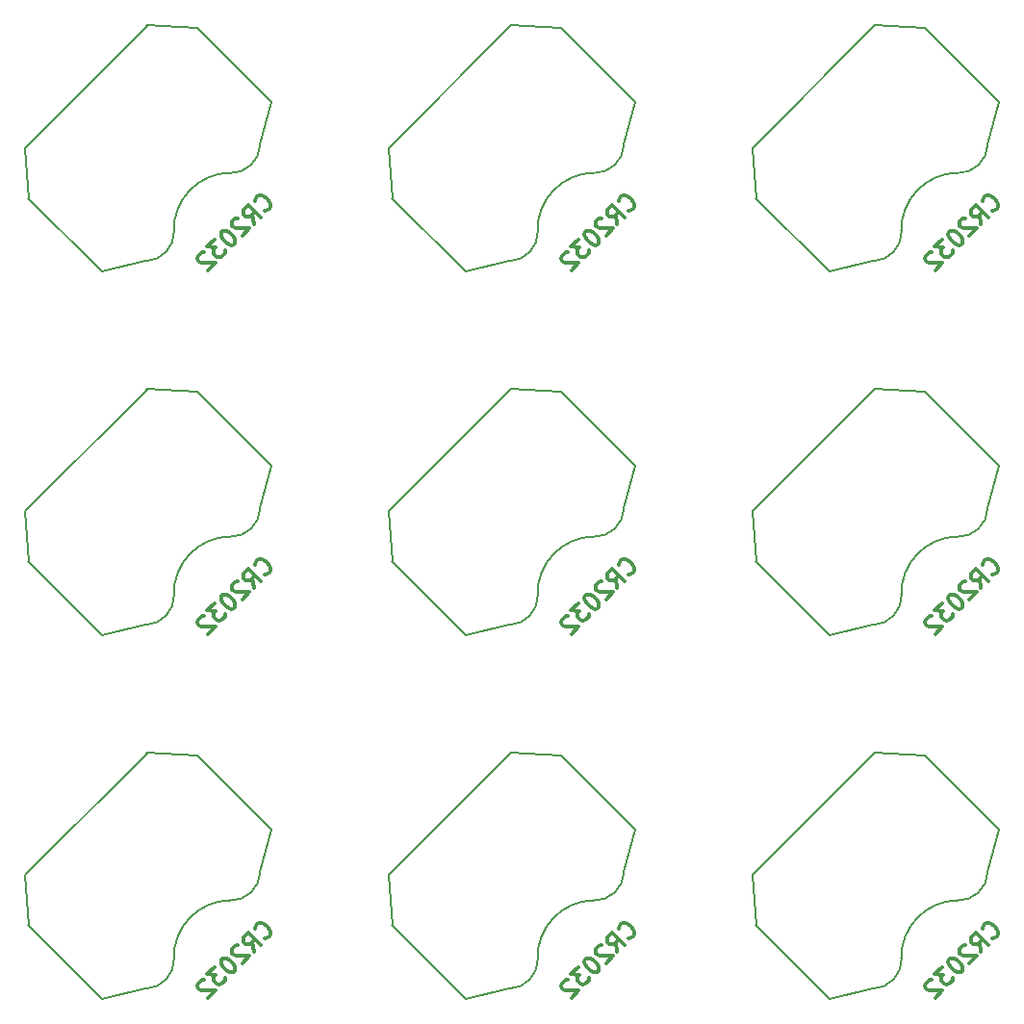
<source format=gbo>
%MOIN*%
%OFA0B0*%
%FSLAX46Y46*%
%IPPOS*%
%LPD*%
%ADD10C,0.0039370078740157488*%
%ADD11C,0.011811023622047244*%
%ADD12C,0.005905511811023622*%
%ADD23C,0.0039370078740157488*%
%ADD24C,0.011811023622047244*%
%ADD25C,0.005905511811023622*%
%ADD26C,0.0039370078740157488*%
%ADD27C,0.011811023622047244*%
%ADD28C,0.005905511811023622*%
%ADD29C,0.0039370078740157488*%
%ADD30C,0.011811023622047244*%
%ADD31C,0.005905511811023622*%
%ADD32C,0.0039370078740157488*%
%ADD33C,0.011811023622047244*%
%ADD34C,0.005905511811023622*%
%ADD35C,0.0039370078740157488*%
%ADD36C,0.011811023622047244*%
%ADD37C,0.005905511811023622*%
%ADD38C,0.0039370078740157488*%
%ADD39C,0.011811023622047244*%
%ADD40C,0.005905511811023622*%
%ADD41C,0.0039370078740157488*%
%ADD42C,0.011811023622047244*%
%ADD43C,0.005905511811023622*%
%ADD44C,0.0039370078740157488*%
%ADD45C,0.011811023622047244*%
%ADD46C,0.005905511811023622*%
G01G01*
D10*
D11*
X0001099178Y0000266910D02*
X0001103155Y0000266910D01*
X0001111109Y0000270887D01*
X0001115086Y0000274864D01*
X0001119063Y0000282818D01*
X0001119063Y0000290772D01*
X0001117074Y0000296737D01*
X0001111109Y0000306680D01*
X0001105144Y0000312645D01*
X0001095201Y0000318611D01*
X0001089236Y0000320599D01*
X0001081282Y0000320599D01*
X0001073328Y0000316622D01*
X0001069351Y0000312645D01*
X0001065374Y0000304691D01*
X0001065374Y0000300714D01*
X0001061397Y0000221175D02*
X0001055431Y0000254979D01*
X0001085259Y0000245037D02*
X0001043500Y0000286795D01*
X0001027592Y0000270887D01*
X0001025604Y0000264922D01*
X0001025604Y0000260945D01*
X0001027592Y0000254979D01*
X0001033558Y0000249014D01*
X0001039523Y0000247025D01*
X0001043500Y0000247025D01*
X0001049466Y0000249014D01*
X0001065374Y0000264922D01*
X0001007708Y0000243048D02*
X0001003731Y0000243048D01*
X0000997765Y0000241060D01*
X0000987823Y0000231117D01*
X0000985834Y0000225152D01*
X0000985834Y0000221175D01*
X0000987823Y0000215209D01*
X0000991800Y0000211232D01*
X0000999754Y0000207255D01*
X0001047477Y0000207255D01*
X0001021627Y0000181405D01*
X0000954018Y0000197313D02*
X0000950041Y0000193336D01*
X0000948053Y0000187370D01*
X0000948053Y0000183393D01*
X0000950041Y0000177428D01*
X0000956007Y0000167486D01*
X0000965949Y0000157543D01*
X0000975892Y0000151578D01*
X0000981857Y0000149589D01*
X0000985834Y0000149589D01*
X0000991800Y0000151578D01*
X0000995777Y0000155555D01*
X0000997765Y0000161520D01*
X0000997765Y0000165497D01*
X0000995777Y0000171463D01*
X0000989811Y0000181405D01*
X0000979869Y0000191347D01*
X0000969926Y0000197313D01*
X0000963961Y0000199301D01*
X0000959984Y0000199301D01*
X0000954018Y0000197313D01*
X0000926179Y0000169474D02*
X0000900329Y0000143624D01*
X0000930156Y0000141635D01*
X0000924191Y0000135670D01*
X0000922202Y0000129704D01*
X0000922202Y0000125727D01*
X0000924191Y0000119762D01*
X0000934133Y0000109819D01*
X0000940099Y0000107831D01*
X0000944076Y0000107831D01*
X0000950041Y0000109819D01*
X0000961972Y0000121750D01*
X0000963961Y0000127716D01*
X0000963961Y0000131693D01*
X0000888398Y0000123739D02*
X0000884421Y0000123739D01*
X0000878456Y0000121750D01*
X0000868513Y0000111808D01*
X0000866525Y0000105842D01*
X0000866525Y0000101865D01*
X0000868513Y0000095900D01*
X0000872490Y0000091923D01*
X0000880444Y0000087946D01*
X0000928168Y0000087946D01*
X0000902318Y0000062096D01*
D12*
X0001083609Y0000497008D02*
X0001122499Y0000645500D01*
X0000687629Y0000093957D02*
X0000535601Y0000058602D01*
X0001084316Y0000497715D02*
G75*
G02G02X0000978250Y0000398720I-0000102530J0000003535D01X0000978250Y0000398720I-0000102530J0000003535D01*
G01G01*
X0000786270Y0000199669D02*
G75*
G02G02X0000687275Y0000093603I-0000102530J-0000003535D01X0000687275Y0000093603I-0000102530J-0000003535D01*
G01G01*
X0000784856Y0000198255D02*
G75*
G02G02X0000979310Y0000399781I0000197989J0000003535D01X0000979310Y0000399781I0000197989J0000003535D01*
G01G01*
X0000270436Y0000486401D02*
X0000282810Y0000311392D01*
X0000867941Y0000900059D02*
X0000691164Y0000910665D01*
X0000694700Y0000910665D02*
X0000270436Y0000486401D01*
X0001122499Y0000645500D02*
X0000867941Y0000900059D01*
X0000535601Y0000058602D02*
X0000281042Y0000313160D01*
G04 next file*
G04 #@! TF.FileFunction,Legend,Bot*
G04 Gerber Fmt 4.6, Leading zero omitted, Abs format (unit mm)*
G04 Created by KiCad (PCBNEW 4.0.7) date 06/29/18 14:44:45*
G01G01*
G04 APERTURE LIST*
G04 APERTURE END LIST*
D23*
D24*
X0002359021Y0000266910D02*
X0002362998Y0000266910D01*
X0002370951Y0000270887D01*
X0002374928Y0000274864D01*
X0002378905Y0000282818D01*
X0002378905Y0000290772D01*
X0002376917Y0000296737D01*
X0002370951Y0000306680D01*
X0002364986Y0000312645D01*
X0002355044Y0000318611D01*
X0002349078Y0000320599D01*
X0002341124Y0000320599D01*
X0002333170Y0000316622D01*
X0002329193Y0000312645D01*
X0002325216Y0000304691D01*
X0002325216Y0000300714D01*
X0002321239Y0000221175D02*
X0002315274Y0000254979D01*
X0002345101Y0000245037D02*
X0002303343Y0000286795D01*
X0002287435Y0000270887D01*
X0002285446Y0000264922D01*
X0002285446Y0000260945D01*
X0002287435Y0000254979D01*
X0002293400Y0000249014D01*
X0002299366Y0000247025D01*
X0002303343Y0000247025D01*
X0002309308Y0000249014D01*
X0002325216Y0000264922D01*
X0002267550Y0000243048D02*
X0002263573Y0000243048D01*
X0002257608Y0000241060D01*
X0002247665Y0000231117D01*
X0002245677Y0000225152D01*
X0002245677Y0000221175D01*
X0002247665Y0000215209D01*
X0002251642Y0000211232D01*
X0002259596Y0000207255D01*
X0002307320Y0000207255D01*
X0002281469Y0000181405D01*
X0002213861Y0000197313D02*
X0002209884Y0000193336D01*
X0002207895Y0000187370D01*
X0002207895Y0000183393D01*
X0002209884Y0000177428D01*
X0002215849Y0000167486D01*
X0002225792Y0000157543D01*
X0002235734Y0000151578D01*
X0002241700Y0000149589D01*
X0002245677Y0000149589D01*
X0002251642Y0000151578D01*
X0002255619Y0000155555D01*
X0002257608Y0000161520D01*
X0002257608Y0000165497D01*
X0002255619Y0000171463D01*
X0002249654Y0000181405D01*
X0002239711Y0000191347D01*
X0002229769Y0000197313D01*
X0002223803Y0000199301D01*
X0002219826Y0000199301D01*
X0002213861Y0000197313D01*
X0002186022Y0000169474D02*
X0002160172Y0000143624D01*
X0002189999Y0000141635D01*
X0002184034Y0000135670D01*
X0002182045Y0000129704D01*
X0002182045Y0000125727D01*
X0002184034Y0000119762D01*
X0002193976Y0000109819D01*
X0002199941Y0000107831D01*
X0002203918Y0000107831D01*
X0002209884Y0000109819D01*
X0002221815Y0000121750D01*
X0002223803Y0000127716D01*
X0002223803Y0000131693D01*
X0002148241Y0000123739D02*
X0002144264Y0000123739D01*
X0002138298Y0000121750D01*
X0002128356Y0000111808D01*
X0002126367Y0000105842D01*
X0002126367Y0000101865D01*
X0002128356Y0000095900D01*
X0002132333Y0000091923D01*
X0002140287Y0000087946D01*
X0002188010Y0000087946D01*
X0002162160Y0000062096D01*
D25*
X0002343451Y0000497008D02*
X0002382342Y0000645500D01*
X0001947471Y0000093957D02*
X0001795443Y0000058602D01*
X0002344158Y0000497715D02*
G75*
G02G02X0002238092Y0000398720I-0000102530J0000003535D01X0002238092Y0000398720I-0000102530J0000003535D01*
G01G01*
X0002046113Y0000199669D02*
G75*
G02G02X0001947118Y0000093603I-0000102530J-0000003535D01X0001947118Y0000093603I-0000102530J-0000003535D01*
G01G01*
X0002044698Y0000198255D02*
G75*
G02G02X0002239153Y0000399781I0000197989J0000003535D01X0002239153Y0000399781I0000197989J0000003535D01*
G01G01*
X0001530278Y0000486401D02*
X0001542653Y0000311392D01*
X0002127783Y0000900059D02*
X0001951007Y0000910665D01*
X0001954542Y0000910665D02*
X0001530278Y0000486401D01*
X0002382342Y0000645500D02*
X0002127783Y0000900059D01*
X0001795443Y0000058602D02*
X0001540885Y0000313160D01*
G04 next file*
G04 #@! TF.FileFunction,Legend,Bot*
G04 Gerber Fmt 4.6, Leading zero omitted, Abs format (unit mm)*
G04 Created by KiCad (PCBNEW 4.0.7) date 06/29/18 14:44:45*
G01G01*
G04 APERTURE LIST*
G04 APERTURE END LIST*
D26*
D27*
X0003618863Y0000266910D02*
X0003622840Y0000266910D01*
X0003630794Y0000270887D01*
X0003634771Y0000274864D01*
X0003638748Y0000282818D01*
X0003638748Y0000290772D01*
X0003636760Y0000296737D01*
X0003630794Y0000306680D01*
X0003624829Y0000312645D01*
X0003614886Y0000318611D01*
X0003608921Y0000320599D01*
X0003600967Y0000320599D01*
X0003593013Y0000316622D01*
X0003589036Y0000312645D01*
X0003585059Y0000304691D01*
X0003585059Y0000300714D01*
X0003581082Y0000221175D02*
X0003575117Y0000254979D01*
X0003604944Y0000245037D02*
X0003563186Y0000286795D01*
X0003547278Y0000270887D01*
X0003545289Y0000264922D01*
X0003545289Y0000260945D01*
X0003547278Y0000254979D01*
X0003553243Y0000249014D01*
X0003559209Y0000247025D01*
X0003563186Y0000247025D01*
X0003569151Y0000249014D01*
X0003585059Y0000264922D01*
X0003527393Y0000243048D02*
X0003523416Y0000243048D01*
X0003517450Y0000241060D01*
X0003507508Y0000231117D01*
X0003505519Y0000225152D01*
X0003505519Y0000221175D01*
X0003507508Y0000215209D01*
X0003511485Y0000211232D01*
X0003519439Y0000207255D01*
X0003567163Y0000207255D01*
X0003541312Y0000181405D01*
X0003473704Y0000197313D02*
X0003469727Y0000193336D01*
X0003467738Y0000187370D01*
X0003467738Y0000183393D01*
X0003469727Y0000177428D01*
X0003475692Y0000167486D01*
X0003485635Y0000157543D01*
X0003495577Y0000151578D01*
X0003501542Y0000149589D01*
X0003505520Y0000149589D01*
X0003511485Y0000151578D01*
X0003515462Y0000155555D01*
X0003517450Y0000161520D01*
X0003517450Y0000165497D01*
X0003515462Y0000171463D01*
X0003509496Y0000181405D01*
X0003499554Y0000191347D01*
X0003489612Y0000197313D01*
X0003483646Y0000199301D01*
X0003479669Y0000199301D01*
X0003473704Y0000197313D01*
X0003445865Y0000169474D02*
X0003420014Y0000143624D01*
X0003449842Y0000141635D01*
X0003443876Y0000135670D01*
X0003441888Y0000129704D01*
X0003441888Y0000125727D01*
X0003443876Y0000119762D01*
X0003453819Y0000109819D01*
X0003459784Y0000107831D01*
X0003463761Y0000107831D01*
X0003469727Y0000109819D01*
X0003481658Y0000121750D01*
X0003483646Y0000127716D01*
X0003483646Y0000131693D01*
X0003408084Y0000123739D02*
X0003404107Y0000123739D01*
X0003398141Y0000121750D01*
X0003388199Y0000111808D01*
X0003386210Y0000105842D01*
X0003386210Y0000101865D01*
X0003388199Y0000095900D01*
X0003392176Y0000091923D01*
X0003400130Y0000087946D01*
X0003447853Y0000087946D01*
X0003422003Y0000062096D01*
D28*
X0003603294Y0000497008D02*
X0003642185Y0000645500D01*
X0003207314Y0000093957D02*
X0003055286Y0000058602D01*
X0003604001Y0000497715D02*
G75*
G02G02X0003497935Y0000398720I-0000102530J0000003535D01X0003497935Y0000398720I-0000102530J0000003535D01*
G01G01*
X0003305955Y0000199669D02*
G75*
G02G02X0003206960Y0000093603I-0000102530J-0000003535D01X0003206960Y0000093603I-0000102530J-0000003535D01*
G01G01*
X0003304541Y0000198255D02*
G75*
G02G02X0003498996Y0000399781I0000197989J0000003535D01X0003498996Y0000399781I0000197989J0000003535D01*
G01G01*
X0002790121Y0000486401D02*
X0002802495Y0000311392D01*
X0003387626Y0000900059D02*
X0003210850Y0000910665D01*
X0003214385Y0000910665D02*
X0002790121Y0000486401D01*
X0003642185Y0000645500D02*
X0003387626Y0000900059D01*
X0003055286Y0000058602D02*
X0002800728Y0000313160D01*
G04 next file*
G04 #@! TF.FileFunction,Legend,Bot*
G04 Gerber Fmt 4.6, Leading zero omitted, Abs format (unit mm)*
G04 Created by KiCad (PCBNEW 4.0.7) date 06/29/18 14:44:45*
G01G01*
G04 APERTURE LIST*
G04 APERTURE END LIST*
D29*
D30*
X0001099178Y0001526753D02*
X0001103155Y0001526753D01*
X0001111109Y0001530730D01*
X0001115086Y0001534707D01*
X0001119063Y0001542660D01*
X0001119063Y0001550614D01*
X0001117074Y0001556580D01*
X0001111109Y0001566522D01*
X0001105144Y0001572488D01*
X0001095201Y0001578453D01*
X0001089236Y0001580442D01*
X0001081282Y0001580442D01*
X0001073328Y0001576465D01*
X0001069351Y0001572488D01*
X0001065374Y0001564534D01*
X0001065374Y0001560557D01*
X0001061397Y0001481017D02*
X0001055431Y0001514822D01*
X0001085259Y0001504879D02*
X0001043500Y0001546637D01*
X0001027592Y0001530730D01*
X0001025604Y0001524764D01*
X0001025604Y0001520787D01*
X0001027592Y0001514822D01*
X0001033558Y0001508856D01*
X0001039523Y0001506868D01*
X0001043500Y0001506868D01*
X0001049466Y0001508856D01*
X0001065374Y0001524764D01*
X0001007708Y0001502891D02*
X0001003731Y0001502891D01*
X0000997765Y0001500902D01*
X0000987823Y0001490960D01*
X0000985834Y0001484994D01*
X0000985834Y0001481017D01*
X0000987823Y0001475052D01*
X0000991800Y0001471075D01*
X0000999754Y0001467098D01*
X0001047477Y0001467098D01*
X0001021627Y0001441247D01*
X0000954018Y0001457155D02*
X0000950041Y0001453178D01*
X0000948053Y0001447213D01*
X0000948053Y0001443236D01*
X0000950041Y0001437271D01*
X0000956007Y0001427328D01*
X0000965949Y0001417386D01*
X0000975892Y0001411420D01*
X0000981857Y0001409432D01*
X0000985834Y0001409432D01*
X0000991800Y0001411420D01*
X0000995777Y0001415397D01*
X0000997765Y0001421363D01*
X0000997765Y0001425340D01*
X0000995777Y0001431305D01*
X0000989811Y0001441247D01*
X0000979869Y0001451190D01*
X0000969926Y0001457155D01*
X0000963961Y0001459144D01*
X0000959984Y0001459144D01*
X0000954018Y0001457155D01*
X0000926179Y0001429317D02*
X0000900329Y0001403466D01*
X0000930156Y0001401478D01*
X0000924191Y0001395512D01*
X0000922202Y0001389547D01*
X0000922202Y0001385570D01*
X0000924191Y0001379604D01*
X0000934133Y0001369662D01*
X0000940099Y0001367673D01*
X0000944076Y0001367673D01*
X0000950041Y0001369662D01*
X0000961972Y0001381593D01*
X0000963961Y0001387558D01*
X0000963961Y0001391535D01*
X0000888398Y0001383581D02*
X0000884421Y0001383581D01*
X0000878456Y0001381593D01*
X0000868513Y0001371650D01*
X0000866525Y0001365685D01*
X0000866525Y0001361708D01*
X0000868513Y0001355743D01*
X0000872490Y0001351766D01*
X0000880444Y0001347789D01*
X0000928168Y0001347789D01*
X0000902318Y0001321938D01*
D31*
X0001083609Y0001756850D02*
X0001122499Y0001905343D01*
X0000687629Y0001353800D02*
X0000535601Y0001318444D01*
X0001084316Y0001757557D02*
G75*
G02G02X0000978250Y0001658563I-0000102530J0000003535D01X0000978250Y0001658563I-0000102530J0000003535D01*
G01G01*
X0000786270Y0001459512D02*
G75*
G02G02X0000687275Y0001353446I-0000102530J-0000003535D01X0000687275Y0001353446I-0000102530J-0000003535D01*
G01G01*
X0000784856Y0001458098D02*
G75*
G02G02X0000979310Y0001659623I0000197989J0000003535D01X0000979310Y0001659623I0000197989J0000003535D01*
G01G01*
X0000270436Y0001746244D02*
X0000282810Y0001571235D01*
X0000867941Y0002159901D02*
X0000691164Y0002170508D01*
X0000694700Y0002170508D02*
X0000270436Y0001746244D01*
X0001122499Y0001905343D02*
X0000867941Y0002159901D01*
X0000535601Y0001318444D02*
X0000281042Y0001573003D01*
G04 next file*
G04 #@! TF.FileFunction,Legend,Bot*
G04 Gerber Fmt 4.6, Leading zero omitted, Abs format (unit mm)*
G04 Created by KiCad (PCBNEW 4.0.7) date 06/29/18 14:44:45*
G01G01*
G04 APERTURE LIST*
G04 APERTURE END LIST*
D32*
D33*
X0001099178Y0002786595D02*
X0001103155Y0002786595D01*
X0001111109Y0002790572D01*
X0001115086Y0002794549D01*
X0001119063Y0002802503D01*
X0001119063Y0002810457D01*
X0001117074Y0002816422D01*
X0001111109Y0002826365D01*
X0001105144Y0002832330D01*
X0001095201Y0002838296D01*
X0001089236Y0002840284D01*
X0001081282Y0002840284D01*
X0001073328Y0002836307D01*
X0001069351Y0002832330D01*
X0001065374Y0002824376D01*
X0001065374Y0002820399D01*
X0001061397Y0002740860D02*
X0001055431Y0002774664D01*
X0001085259Y0002764722D02*
X0001043500Y0002806480D01*
X0001027592Y0002790572D01*
X0001025604Y0002784607D01*
X0001025604Y0002780630D01*
X0001027592Y0002774664D01*
X0001033558Y0002768699D01*
X0001039523Y0002766710D01*
X0001043500Y0002766710D01*
X0001049466Y0002768699D01*
X0001065374Y0002784607D01*
X0001007708Y0002762733D02*
X0001003731Y0002762733D01*
X0000997765Y0002760745D01*
X0000987823Y0002750802D01*
X0000985834Y0002744837D01*
X0000985834Y0002740860D01*
X0000987823Y0002734894D01*
X0000991800Y0002730917D01*
X0000999754Y0002726940D01*
X0001047477Y0002726940D01*
X0001021627Y0002701090D01*
X0000954018Y0002716998D02*
X0000950041Y0002713021D01*
X0000948053Y0002707056D01*
X0000948053Y0002703079D01*
X0000950041Y0002697113D01*
X0000956007Y0002687171D01*
X0000965949Y0002677228D01*
X0000975892Y0002671263D01*
X0000981857Y0002669274D01*
X0000985834Y0002669274D01*
X0000991800Y0002671263D01*
X0000995777Y0002675240D01*
X0000997765Y0002681205D01*
X0000997765Y0002685182D01*
X0000995777Y0002691148D01*
X0000989811Y0002701090D01*
X0000979869Y0002711032D01*
X0000969926Y0002716998D01*
X0000963961Y0002718986D01*
X0000959984Y0002718986D01*
X0000954018Y0002716998D01*
X0000926179Y0002689159D02*
X0000900329Y0002663309D01*
X0000930156Y0002661320D01*
X0000924191Y0002655355D01*
X0000922202Y0002649389D01*
X0000922202Y0002645412D01*
X0000924191Y0002639447D01*
X0000934133Y0002629504D01*
X0000940099Y0002627516D01*
X0000944076Y0002627516D01*
X0000950041Y0002629504D01*
X0000961972Y0002641435D01*
X0000963961Y0002647401D01*
X0000963961Y0002651378D01*
X0000888398Y0002643424D02*
X0000884421Y0002643424D01*
X0000878456Y0002641435D01*
X0000868513Y0002631493D01*
X0000866525Y0002625527D01*
X0000866525Y0002621550D01*
X0000868513Y0002615585D01*
X0000872490Y0002611608D01*
X0000880444Y0002607631D01*
X0000928168Y0002607631D01*
X0000902318Y0002581781D01*
D34*
X0001083609Y0003016693D02*
X0001122499Y0003165185D01*
X0000687629Y0002613642D02*
X0000535601Y0002578287D01*
X0001084316Y0003017400D02*
G75*
G02G02X0000978250Y0002918405I-0000102530J0000003535D01X0000978250Y0002918405I-0000102530J0000003535D01*
G01G01*
X0000786270Y0002719355D02*
G75*
G02G02X0000687275Y0002613288I-0000102530J-0000003535D01X0000687275Y0002613288I-0000102530J-0000003535D01*
G01G01*
X0000784856Y0002717940D02*
G75*
G02G02X0000979310Y0002919466I0000197989J0000003535D01X0000979310Y0002919466I0000197989J0000003535D01*
G01G01*
X0000270436Y0003006086D02*
X0000282810Y0002831077D01*
X0000867941Y0003419744D02*
X0000691164Y0003430350D01*
X0000694700Y0003430350D02*
X0000270436Y0003006086D01*
X0001122499Y0003165185D02*
X0000867941Y0003419744D01*
X0000535601Y0002578287D02*
X0000281042Y0002832845D01*
G04 next file*
G04 #@! TF.FileFunction,Legend,Bot*
G04 Gerber Fmt 4.6, Leading zero omitted, Abs format (unit mm)*
G04 Created by KiCad (PCBNEW 4.0.7) date 06/29/18 14:44:45*
G01G01*
G04 APERTURE LIST*
G04 APERTURE END LIST*
D35*
D36*
X0002359021Y0001526753D02*
X0002362998Y0001526753D01*
X0002370951Y0001530730D01*
X0002374928Y0001534707D01*
X0002378905Y0001542660D01*
X0002378905Y0001550614D01*
X0002376917Y0001556580D01*
X0002370951Y0001566522D01*
X0002364986Y0001572488D01*
X0002355044Y0001578453D01*
X0002349078Y0001580442D01*
X0002341124Y0001580442D01*
X0002333170Y0001576465D01*
X0002329193Y0001572488D01*
X0002325216Y0001564534D01*
X0002325216Y0001560557D01*
X0002321239Y0001481017D02*
X0002315274Y0001514822D01*
X0002345101Y0001504879D02*
X0002303343Y0001546637D01*
X0002287435Y0001530730D01*
X0002285446Y0001524764D01*
X0002285446Y0001520787D01*
X0002287435Y0001514822D01*
X0002293400Y0001508856D01*
X0002299366Y0001506868D01*
X0002303343Y0001506868D01*
X0002309308Y0001508856D01*
X0002325216Y0001524764D01*
X0002267550Y0001502891D02*
X0002263573Y0001502891D01*
X0002257608Y0001500902D01*
X0002247665Y0001490960D01*
X0002245677Y0001484994D01*
X0002245677Y0001481017D01*
X0002247665Y0001475052D01*
X0002251642Y0001471075D01*
X0002259596Y0001467098D01*
X0002307320Y0001467098D01*
X0002281469Y0001441247D01*
X0002213861Y0001457155D02*
X0002209884Y0001453178D01*
X0002207895Y0001447213D01*
X0002207895Y0001443236D01*
X0002209884Y0001437271D01*
X0002215849Y0001427328D01*
X0002225792Y0001417386D01*
X0002235734Y0001411420D01*
X0002241700Y0001409432D01*
X0002245677Y0001409432D01*
X0002251642Y0001411420D01*
X0002255619Y0001415397D01*
X0002257608Y0001421363D01*
X0002257608Y0001425340D01*
X0002255619Y0001431305D01*
X0002249654Y0001441247D01*
X0002239711Y0001451190D01*
X0002229769Y0001457155D01*
X0002223803Y0001459144D01*
X0002219826Y0001459144D01*
X0002213861Y0001457155D01*
X0002186022Y0001429317D02*
X0002160172Y0001403466D01*
X0002189999Y0001401478D01*
X0002184034Y0001395512D01*
X0002182045Y0001389547D01*
X0002182045Y0001385570D01*
X0002184034Y0001379604D01*
X0002193976Y0001369662D01*
X0002199941Y0001367673D01*
X0002203918Y0001367673D01*
X0002209884Y0001369662D01*
X0002221815Y0001381593D01*
X0002223803Y0001387558D01*
X0002223803Y0001391535D01*
X0002148241Y0001383581D02*
X0002144264Y0001383581D01*
X0002138298Y0001381593D01*
X0002128356Y0001371650D01*
X0002126367Y0001365685D01*
X0002126367Y0001361708D01*
X0002128356Y0001355743D01*
X0002132333Y0001351766D01*
X0002140287Y0001347789D01*
X0002188010Y0001347789D01*
X0002162160Y0001321938D01*
D37*
X0002343451Y0001756850D02*
X0002382342Y0001905343D01*
X0001947471Y0001353800D02*
X0001795443Y0001318444D01*
X0002344158Y0001757557D02*
G75*
G02G02X0002238092Y0001658563I-0000102530J0000003535D01X0002238092Y0001658563I-0000102530J0000003535D01*
G01G01*
X0002046113Y0001459512D02*
G75*
G02G02X0001947118Y0001353446I-0000102530J-0000003535D01X0001947118Y0001353446I-0000102530J-0000003535D01*
G01G01*
X0002044698Y0001458098D02*
G75*
G02G02X0002239153Y0001659623I0000197989J0000003535D01X0002239153Y0001659623I0000197989J0000003535D01*
G01G01*
X0001530278Y0001746244D02*
X0001542653Y0001571235D01*
X0002127783Y0002159901D02*
X0001951007Y0002170508D01*
X0001954542Y0002170508D02*
X0001530278Y0001746244D01*
X0002382342Y0001905343D02*
X0002127783Y0002159901D01*
X0001795443Y0001318444D02*
X0001540885Y0001573003D01*
G04 next file*
G04 #@! TF.FileFunction,Legend,Bot*
G04 Gerber Fmt 4.6, Leading zero omitted, Abs format (unit mm)*
G04 Created by KiCad (PCBNEW 4.0.7) date 06/29/18 14:44:45*
G01G01*
G04 APERTURE LIST*
G04 APERTURE END LIST*
D38*
D39*
X0003618863Y0001526753D02*
X0003622840Y0001526753D01*
X0003630794Y0001530730D01*
X0003634771Y0001534707D01*
X0003638748Y0001542660D01*
X0003638748Y0001550614D01*
X0003636760Y0001556580D01*
X0003630794Y0001566522D01*
X0003624829Y0001572488D01*
X0003614886Y0001578453D01*
X0003608921Y0001580442D01*
X0003600967Y0001580442D01*
X0003593013Y0001576465D01*
X0003589036Y0001572488D01*
X0003585059Y0001564534D01*
X0003585059Y0001560557D01*
X0003581082Y0001481017D02*
X0003575117Y0001514822D01*
X0003604944Y0001504879D02*
X0003563186Y0001546637D01*
X0003547278Y0001530730D01*
X0003545289Y0001524764D01*
X0003545289Y0001520787D01*
X0003547278Y0001514822D01*
X0003553243Y0001508856D01*
X0003559209Y0001506868D01*
X0003563186Y0001506868D01*
X0003569151Y0001508856D01*
X0003585059Y0001524764D01*
X0003527393Y0001502891D02*
X0003523416Y0001502891D01*
X0003517450Y0001500902D01*
X0003507508Y0001490960D01*
X0003505519Y0001484994D01*
X0003505519Y0001481017D01*
X0003507508Y0001475052D01*
X0003511485Y0001471075D01*
X0003519439Y0001467098D01*
X0003567163Y0001467098D01*
X0003541312Y0001441247D01*
X0003473704Y0001457155D02*
X0003469727Y0001453178D01*
X0003467738Y0001447213D01*
X0003467738Y0001443236D01*
X0003469727Y0001437271D01*
X0003475692Y0001427328D01*
X0003485635Y0001417386D01*
X0003495577Y0001411420D01*
X0003501542Y0001409432D01*
X0003505520Y0001409432D01*
X0003511485Y0001411420D01*
X0003515462Y0001415397D01*
X0003517450Y0001421363D01*
X0003517450Y0001425340D01*
X0003515462Y0001431305D01*
X0003509496Y0001441247D01*
X0003499554Y0001451190D01*
X0003489612Y0001457155D01*
X0003483646Y0001459144D01*
X0003479669Y0001459144D01*
X0003473704Y0001457155D01*
X0003445865Y0001429317D02*
X0003420014Y0001403466D01*
X0003449842Y0001401478D01*
X0003443876Y0001395512D01*
X0003441888Y0001389547D01*
X0003441888Y0001385570D01*
X0003443876Y0001379604D01*
X0003453819Y0001369662D01*
X0003459784Y0001367673D01*
X0003463761Y0001367673D01*
X0003469727Y0001369662D01*
X0003481658Y0001381593D01*
X0003483646Y0001387558D01*
X0003483646Y0001391535D01*
X0003408084Y0001383581D02*
X0003404107Y0001383581D01*
X0003398141Y0001381593D01*
X0003388199Y0001371650D01*
X0003386210Y0001365685D01*
X0003386210Y0001361708D01*
X0003388199Y0001355743D01*
X0003392176Y0001351766D01*
X0003400130Y0001347789D01*
X0003447853Y0001347789D01*
X0003422003Y0001321938D01*
D40*
X0003603294Y0001756850D02*
X0003642185Y0001905343D01*
X0003207314Y0001353800D02*
X0003055286Y0001318444D01*
X0003604001Y0001757557D02*
G75*
G02G02X0003497935Y0001658563I-0000102530J0000003535D01X0003497935Y0001658563I-0000102530J0000003535D01*
G01G01*
X0003305955Y0001459512D02*
G75*
G02G02X0003206960Y0001353446I-0000102530J-0000003535D01X0003206960Y0001353446I-0000102530J-0000003535D01*
G01G01*
X0003304541Y0001458098D02*
G75*
G02G02X0003498996Y0001659623I0000197989J0000003535D01X0003498996Y0001659623I0000197989J0000003535D01*
G01G01*
X0002790121Y0001746244D02*
X0002802495Y0001571235D01*
X0003387626Y0002159901D02*
X0003210850Y0002170508D01*
X0003214385Y0002170508D02*
X0002790121Y0001746244D01*
X0003642185Y0001905343D02*
X0003387626Y0002159901D01*
X0003055286Y0001318444D02*
X0002800728Y0001573003D01*
G04 next file*
G04 #@! TF.FileFunction,Legend,Bot*
G04 Gerber Fmt 4.6, Leading zero omitted, Abs format (unit mm)*
G04 Created by KiCad (PCBNEW 4.0.7) date 06/29/18 14:44:45*
G01G01*
G04 APERTURE LIST*
G04 APERTURE END LIST*
D41*
D42*
X0002359021Y0002786595D02*
X0002362998Y0002786595D01*
X0002370951Y0002790572D01*
X0002374928Y0002794549D01*
X0002378905Y0002802503D01*
X0002378905Y0002810457D01*
X0002376917Y0002816422D01*
X0002370951Y0002826365D01*
X0002364986Y0002832330D01*
X0002355044Y0002838296D01*
X0002349078Y0002840284D01*
X0002341124Y0002840284D01*
X0002333170Y0002836307D01*
X0002329193Y0002832330D01*
X0002325216Y0002824376D01*
X0002325216Y0002820399D01*
X0002321239Y0002740860D02*
X0002315274Y0002774664D01*
X0002345101Y0002764722D02*
X0002303343Y0002806480D01*
X0002287435Y0002790572D01*
X0002285446Y0002784607D01*
X0002285446Y0002780630D01*
X0002287435Y0002774664D01*
X0002293400Y0002768699D01*
X0002299366Y0002766710D01*
X0002303343Y0002766710D01*
X0002309308Y0002768699D01*
X0002325216Y0002784607D01*
X0002267550Y0002762733D02*
X0002263573Y0002762733D01*
X0002257608Y0002760745D01*
X0002247665Y0002750802D01*
X0002245677Y0002744837D01*
X0002245677Y0002740860D01*
X0002247665Y0002734894D01*
X0002251642Y0002730917D01*
X0002259596Y0002726940D01*
X0002307320Y0002726940D01*
X0002281469Y0002701090D01*
X0002213861Y0002716998D02*
X0002209884Y0002713021D01*
X0002207895Y0002707056D01*
X0002207895Y0002703079D01*
X0002209884Y0002697113D01*
X0002215849Y0002687171D01*
X0002225792Y0002677228D01*
X0002235734Y0002671263D01*
X0002241700Y0002669274D01*
X0002245677Y0002669274D01*
X0002251642Y0002671263D01*
X0002255619Y0002675240D01*
X0002257608Y0002681205D01*
X0002257608Y0002685182D01*
X0002255619Y0002691148D01*
X0002249654Y0002701090D01*
X0002239711Y0002711032D01*
X0002229769Y0002716998D01*
X0002223803Y0002718986D01*
X0002219826Y0002718986D01*
X0002213861Y0002716998D01*
X0002186022Y0002689159D02*
X0002160172Y0002663309D01*
X0002189999Y0002661320D01*
X0002184034Y0002655355D01*
X0002182045Y0002649389D01*
X0002182045Y0002645412D01*
X0002184034Y0002639447D01*
X0002193976Y0002629504D01*
X0002199941Y0002627516D01*
X0002203918Y0002627516D01*
X0002209884Y0002629504D01*
X0002221815Y0002641435D01*
X0002223803Y0002647401D01*
X0002223803Y0002651378D01*
X0002148241Y0002643424D02*
X0002144264Y0002643424D01*
X0002138298Y0002641435D01*
X0002128356Y0002631493D01*
X0002126367Y0002625527D01*
X0002126367Y0002621550D01*
X0002128356Y0002615585D01*
X0002132333Y0002611608D01*
X0002140287Y0002607631D01*
X0002188010Y0002607631D01*
X0002162160Y0002581781D01*
D43*
X0002343451Y0003016693D02*
X0002382342Y0003165185D01*
X0001947471Y0002613642D02*
X0001795443Y0002578287D01*
X0002344158Y0003017400D02*
G75*
G02G02X0002238092Y0002918405I-0000102530J0000003535D01X0002238092Y0002918405I-0000102530J0000003535D01*
G01G01*
X0002046113Y0002719355D02*
G75*
G02G02X0001947118Y0002613288I-0000102530J-0000003535D01X0001947118Y0002613288I-0000102530J-0000003535D01*
G01G01*
X0002044698Y0002717940D02*
G75*
G02G02X0002239153Y0002919466I0000197989J0000003535D01X0002239153Y0002919466I0000197989J0000003535D01*
G01G01*
X0001530278Y0003006086D02*
X0001542653Y0002831077D01*
X0002127783Y0003419744D02*
X0001951007Y0003430350D01*
X0001954542Y0003430350D02*
X0001530278Y0003006086D01*
X0002382342Y0003165185D02*
X0002127783Y0003419744D01*
X0001795443Y0002578287D02*
X0001540885Y0002832845D01*
G04 next file*
G04 #@! TF.FileFunction,Legend,Bot*
G04 Gerber Fmt 4.6, Leading zero omitted, Abs format (unit mm)*
G04 Created by KiCad (PCBNEW 4.0.7) date 06/29/18 14:44:45*
G01G01*
G04 APERTURE LIST*
G04 APERTURE END LIST*
D44*
D45*
X0003618863Y0002786595D02*
X0003622840Y0002786595D01*
X0003630794Y0002790572D01*
X0003634771Y0002794549D01*
X0003638748Y0002802503D01*
X0003638748Y0002810457D01*
X0003636760Y0002816422D01*
X0003630794Y0002826365D01*
X0003624829Y0002832330D01*
X0003614886Y0002838296D01*
X0003608921Y0002840284D01*
X0003600967Y0002840284D01*
X0003593013Y0002836307D01*
X0003589036Y0002832330D01*
X0003585059Y0002824376D01*
X0003585059Y0002820399D01*
X0003581082Y0002740860D02*
X0003575117Y0002774664D01*
X0003604944Y0002764722D02*
X0003563186Y0002806480D01*
X0003547278Y0002790572D01*
X0003545289Y0002784607D01*
X0003545289Y0002780630D01*
X0003547278Y0002774664D01*
X0003553243Y0002768699D01*
X0003559209Y0002766710D01*
X0003563186Y0002766710D01*
X0003569151Y0002768699D01*
X0003585059Y0002784607D01*
X0003527393Y0002762733D02*
X0003523416Y0002762733D01*
X0003517450Y0002760745D01*
X0003507508Y0002750802D01*
X0003505519Y0002744837D01*
X0003505519Y0002740860D01*
X0003507508Y0002734894D01*
X0003511485Y0002730917D01*
X0003519439Y0002726940D01*
X0003567163Y0002726940D01*
X0003541312Y0002701090D01*
X0003473704Y0002716998D02*
X0003469727Y0002713021D01*
X0003467738Y0002707056D01*
X0003467738Y0002703079D01*
X0003469727Y0002697113D01*
X0003475692Y0002687171D01*
X0003485635Y0002677228D01*
X0003495577Y0002671263D01*
X0003501542Y0002669274D01*
X0003505520Y0002669274D01*
X0003511485Y0002671263D01*
X0003515462Y0002675240D01*
X0003517450Y0002681205D01*
X0003517450Y0002685182D01*
X0003515462Y0002691148D01*
X0003509496Y0002701090D01*
X0003499554Y0002711032D01*
X0003489612Y0002716998D01*
X0003483646Y0002718986D01*
X0003479669Y0002718986D01*
X0003473704Y0002716998D01*
X0003445865Y0002689159D02*
X0003420014Y0002663309D01*
X0003449842Y0002661320D01*
X0003443876Y0002655355D01*
X0003441888Y0002649389D01*
X0003441888Y0002645412D01*
X0003443876Y0002639447D01*
X0003453819Y0002629504D01*
X0003459784Y0002627516D01*
X0003463761Y0002627516D01*
X0003469727Y0002629504D01*
X0003481658Y0002641435D01*
X0003483646Y0002647401D01*
X0003483646Y0002651378D01*
X0003408084Y0002643424D02*
X0003404107Y0002643424D01*
X0003398141Y0002641435D01*
X0003388199Y0002631493D01*
X0003386210Y0002625527D01*
X0003386210Y0002621550D01*
X0003388199Y0002615585D01*
X0003392176Y0002611608D01*
X0003400130Y0002607631D01*
X0003447853Y0002607631D01*
X0003422003Y0002581781D01*
D46*
X0003603294Y0003016693D02*
X0003642185Y0003165185D01*
X0003207314Y0002613642D02*
X0003055286Y0002578287D01*
X0003604001Y0003017400D02*
G75*
G02G02X0003497935Y0002918405I-0000102530J0000003535D01X0003497935Y0002918405I-0000102530J0000003535D01*
G01G01*
X0003305955Y0002719355D02*
G75*
G02G02X0003206960Y0002613288I-0000102530J-0000003535D01X0003206960Y0002613288I-0000102530J-0000003535D01*
G01G01*
X0003304541Y0002717940D02*
G75*
G02G02X0003498996Y0002919466I0000197989J0000003535D01X0003498996Y0002919466I0000197989J0000003535D01*
G01G01*
X0002790121Y0003006086D02*
X0002802495Y0002831077D01*
X0003387626Y0003419744D02*
X0003210850Y0003430350D01*
X0003214385Y0003430350D02*
X0002790121Y0003006086D01*
X0003642185Y0003165185D02*
X0003387626Y0003419744D01*
X0003055286Y0002578287D02*
X0002800728Y0002832845D01*
M02*
</source>
